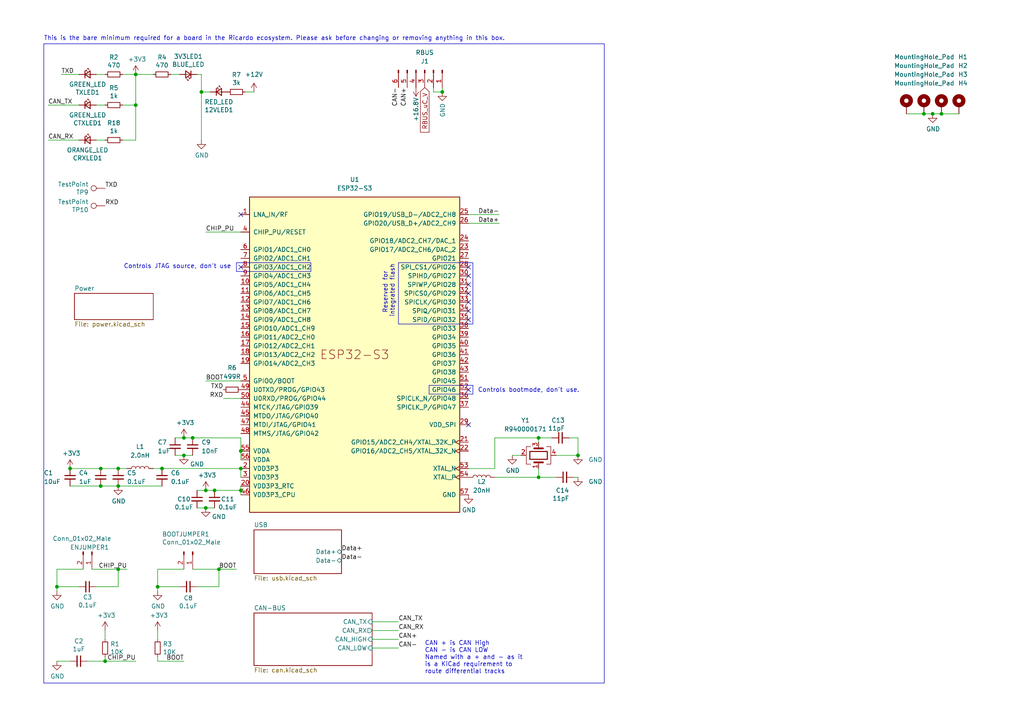
<source format=kicad_sch>
(kicad_sch (version 20231120) (generator "eeschema") (generator_version "8.0")
  (paper "A4")
  (lib_symbols
    (symbol "Connector:Conn_01x02_Male" (pin_names (offset 1.016) hide)
      (property "Reference" "J" (at 0 2.54 0))
      (property "Value" "Conn_01x02_Male" (at 0 -5.08 0))
      (symbol "Conn_01x02_Male_1_1"
        (polyline (pts (xy 1.27 -2.54) (xy 0.8636 -2.54)) (stroke (width 0.1524)))
        (polyline (pts (xy 1.27 0) (xy 0.8636 0)) (stroke (width 0.1524)))
        (rectangle (start 0.8636 -2.413) (end 0 -2.667) (stroke (width 0.1524)) (fill (type outline)))
        (rectangle (start 0.8636 0.127) (end 0 -0.127) (stroke (width 0.1524)) (fill (type outline)))
        (pin passive line (at 5.08 0 180) (length 3.81) (name "Pin_1") (number "1"))
        (pin passive line (at 5.08 -2.54 180) (length 3.81) (name "Pin_2") (number "2"))
      )
    )
    (symbol "Connector:Conn_01x06_Male" (pin_names (offset 1.016) hide)
      (property "Reference" "J" (at 0 7.62 0))
      (property "Value" "Conn_01x06_Male" (at 0 -10.16 0))
      (symbol "Conn_01x06_Male_1_1"
        (polyline (pts (xy 1.27 -7.62) (xy 0.8636 -7.62)) (stroke (width 0.1524)))
        (polyline (pts (xy 1.27 -5.08) (xy 0.8636 -5.08)) (stroke (width 0.1524)))
        (polyline (pts (xy 1.27 -2.54) (xy 0.8636 -2.54)) (stroke (width 0.1524)))
        (polyline (pts (xy 1.27 0) (xy 0.8636 0)) (stroke (width 0.1524)))
        (polyline (pts (xy 1.27 2.54) (xy 0.8636 2.54)) (stroke (width 0.1524)))
        (polyline (pts (xy 1.27 5.08) (xy 0.8636 5.08)) (stroke (width 0.1524)))
        (rectangle (start 0.8636 -7.493) (end 0 -7.747) (stroke (width 0.1524)) (fill (type outline)))
        (rectangle (start 0.8636 -4.953) (end 0 -5.207) (stroke (width 0.1524)) (fill (type outline)))
        (rectangle (start 0.8636 -2.413) (end 0 -2.667) (stroke (width 0.1524)) (fill (type outline)))
        (rectangle (start 0.8636 0.127) (end 0 -0.127) (stroke (width 0.1524)) (fill (type outline)))
        (rectangle (start 0.8636 2.667) (end 0 2.413) (stroke (width 0.1524)) (fill (type outline)))
        (rectangle (start 0.8636 5.207) (end 0 4.953) (stroke (width 0.1524)) (fill (type outline)))
        (pin passive line (at 5.08 5.08 180) (length 3.81) (name "Pin_1") (number "1"))
        (pin passive line (at 5.08 2.54 180) (length 3.81) (name "Pin_2") (number "2"))
        (pin passive line (at 5.08 0 180) (length 3.81) (name "Pin_3") (number "3"))
        (pin passive line (at 5.08 -2.54 180) (length 3.81) (name "Pin_4") (number "4"))
        (pin passive line (at 5.08 -5.08 180) (length 3.81) (name "Pin_5") (number "5"))
        (pin passive line (at 5.08 -7.62 180) (length 3.81) (name "Pin_6") (number "6"))
      )
    )
    (symbol "Connector:TestPoint" (pin_numbers hide) (pin_names (offset 0.762) hide)
      (property "Reference" "TP" (at 0 6.858 0))
      (property "Value" "TestPoint" (at 0 5.08 0))
      (symbol "TestPoint_0_1"
        (circle (center 0 3.302) (radius 0.762))
      )
      (symbol "TestPoint_1_1"
        (pin passive line (at 0 0 90) (length 2.54) (name "1") (number "1"))
      )
    )
    (symbol "Device:C_Small" (pin_numbers hide) (pin_names (offset 0.254) hide)
      (property "Reference" "C" (at 0.254 1.778 0))
      (property "Value" "C_Small" (at 0.254 -2.032 0))
      (symbol "C_Small_0_1"
        (polyline (pts (xy -1.524 -0.508) (xy 1.524 -0.508)) (stroke (width 0.3302)))
        (polyline (pts (xy -1.524 0.508) (xy 1.524 0.508)) (stroke (width 0.3048)))
      )
      (symbol "C_Small_1_1"
        (pin passive line (at 0 2.54 270) (length 2.032) (name "~") (number "1"))
        (pin passive line (at 0 -2.54 90) (length 2.032) (name "~") (number "2"))
      )
    )
    (symbol "Device:Crystal_GND24" (pin_names (offset 1.016) hide)
      (property "Reference" "Y" (at 3.175 5.08 0))
      (property "Value" "Crystal_GND24" (at 3.175 3.175 0))
      (symbol "Crystal_GND24_0_1"
        (rectangle (start -1.143 2.54) (end 1.143 -2.54) (stroke (width 0.3048)))
        (polyline (pts (xy -2.54 0) (xy -2.032 0)))
        (polyline (pts (xy -2.032 -1.27) (xy -2.032 1.27)) (stroke (width 0.508)))
        (polyline (pts (xy 0 -3.81) (xy 0 -3.556)))
        (polyline (pts (xy 0 3.556) (xy 0 3.81)))
        (polyline (pts (xy 2.032 -1.27) (xy 2.032 1.27)) (stroke (width 0.508)))
        (polyline (pts (xy 2.032 0) (xy 2.54 0)))
        (polyline (pts (xy -2.54 -2.286) (xy -2.54 -3.556) (xy 2.54 -3.556) (xy 2.54 -2.286)))
        (polyline (pts (xy -2.54 2.286) (xy -2.54 3.556) (xy 2.54 3.556) (xy 2.54 2.286)))
      )
      (symbol "Crystal_GND24_1_1"
        (pin passive line (at -3.81 0 0) (length 1.27) (name "1") (number "1"))
        (pin passive line (at 0 5.08 270) (length 1.27) (name "2") (number "2"))
        (pin passive line (at 3.81 0 180) (length 1.27) (name "3") (number "3"))
        (pin passive line (at 0 -5.08 90) (length 1.27) (name "4") (number "4"))
      )
    )
    (symbol "Device:L" (pin_numbers hide) (pin_names (offset 1.016) hide)
      (property "Reference" "L" (at -1.27 0 90))
      (property "Value" "L" (at 1.905 0 90))
      (symbol "L_0_1"
        (arc (start 0 -2.54) (mid 0.6323 -1.905) (end 0 -1.27))
        (arc (start 0 -1.27) (mid 0.6323 -0.635) (end 0 0))
        (arc (start 0 0) (mid 0.6323 0.635) (end 0 1.27))
        (arc (start 0 1.27) (mid 0.6323 1.905) (end 0 2.54))
      )
      (symbol "L_1_1"
        (pin passive line (at 0 3.81 270) (length 1.27) (name "1") (number "1"))
        (pin passive line (at 0 -3.81 90) (length 1.27) (name "2") (number "2"))
      )
    )
    (symbol "Device:LED_Small" (pin_numbers hide) (pin_names (offset 0.254) hide)
      (property "Reference" "D" (at -1.27 3.175 0))
      (property "Value" "LED_Small" (at -4.445 -2.54 0))
      (symbol "LED_Small_0_1"
        (polyline (pts (xy -0.762 -1.016) (xy -0.762 1.016)) (stroke (width 0.254)))
        (polyline (pts (xy 1.016 0) (xy -0.762 0)))
        (polyline (pts (xy 0.762 -1.016) (xy -0.762 0) (xy 0.762 1.016) (xy 0.762 -1.016)) (stroke (width 0.254)))
        (polyline (pts (xy 0 0.762) (xy -0.508 1.27) (xy -0.254 1.27) (xy -0.508 1.27) (xy -0.508 1.016)))
        (polyline (pts (xy 0.508 1.27) (xy 0 1.778) (xy 0.254 1.778) (xy 0 1.778) (xy 0 1.524)))
      )
      (symbol "LED_Small_1_1"
        (pin passive line (at -2.54 0 0) (length 1.778) (name "K") (number "1"))
        (pin passive line (at 2.54 0 180) (length 1.778) (name "A") (number "2"))
      )
    )
    (symbol "Device:R_Small" (pin_numbers hide) (pin_names (offset 0.254) hide)
      (property "Reference" "R" (at 0.762 0.508 0))
      (property "Value" "R_Small" (at 0.762 -1.016 0))
      (symbol "R_Small_0_1"
        (rectangle (start -0.762 1.778) (end 0.762 -1.778) (stroke (width 0.2032)))
      )
      (symbol "R_Small_1_1"
        (pin passive line (at 0 2.54 270) (length 0.762) (name "~") (number "1"))
        (pin passive line (at 0 -2.54 90) (length 0.762) (name "~") (number "2"))
      )
    )
    (symbol "Espressif:ESP32-S3" (pin_names (offset 1.016))
      (property "Reference" "U" (at 0 48.26 0))
      (property "Value" "ESP32-S3" (at 0 -48.26 0))
      (symbol "ESP32-S3_0_0"
        (text "ESP32-S3" (at 0 0 0) (effects (font (size 2.54 2.54))))
        (pin bidirectional line (at 33.02 -12.7 180) (length 2.54) (name "SPICLK_N/GPIO48") (number "36"))
        (pin bidirectional line (at 33.02 -15.24 180) (length 2.54) (name "SPICLK_P/GPIO47") (number "37"))
      )
      (symbol "ESP32-S3_0_1"
        (rectangle (start -30.48 45.72) (end 30.48 -45.72) (stroke (width 0.254)) (fill (type background)))
      )
      (symbol "ESP32-S3_1_1"
        (pin bidirectional line (at -33.02 40.64 0) (length 2.54) (name "LNA_IN/RF") (number "1"))
        (pin bidirectional line (at -33.02 20.32 0) (length 2.54) (name "GPIO5/ADC1_CH4") (number "10"))
        (pin bidirectional line (at -33.02 17.78 0) (length 2.54) (name "GPIO6/ADC1_CH5") (number "11"))
        (pin bidirectional line (at -33.02 15.24 0) (length 2.54) (name "GPIO7/ADC1_CH6") (number "12"))
        (pin bidirectional line (at -33.02 12.7 0) (length 2.54) (name "GPIO8/ADC1_CH7") (number "13"))
        (pin bidirectional line (at -33.02 10.16 0) (length 2.54) (name "GPIO9/ADC1_CH8") (number "14"))
        (pin bidirectional line (at -33.02 7.62 0) (length 2.54) (name "GPIO10/ADC1_CH9") (number "15"))
        (pin bidirectional line (at -33.02 5.08 0) (length 2.54) (name "GPIO11/ADC2_CH0") (number "16"))
        (pin bidirectional line (at -33.02 2.54 0) (length 2.54) (name "GPIO12/ADC2_CH1") (number "17"))
        (pin bidirectional line (at -33.02 0 0) (length 2.54) (name "GPIO13/ADC2_CH2") (number "18"))
        (pin bidirectional line (at -33.02 -2.54 0) (length 2.54) (name "GPIO14/ADC2_CH3") (number "19"))
        (pin power_in line (at -33.02 -33.02 0) (length 2.54) (name "VDD3P3") (number "2"))
        (pin power_in line (at -33.02 -38.1 0) (length 2.54) (name "VDD3P3_RTC") (number "20"))
        (pin input clock (at 33.02 -25.4 180) (length 2.54) (name "GPIO15/ADC2_CH4/XTAL_32K_P") (number "21"))
        (pin output clock (at 33.02 -27.94 180) (length 2.54) (name "GPIO16/ADC2_CH5/XTAL_32K_N") (number "22"))
        (pin bidirectional line (at 33.02 30.48 180) (length 2.54) (name "GPIO17/ADC2_CH6/DAC_2") (number "23"))
        (pin bidirectional line (at 33.02 33.02 180) (length 2.54) (name "GPIO18/ADC2_CH7/DAC_1") (number "24"))
        (pin bidirectional line (at 33.02 40.64 180) (length 2.54) (name "GPIO19/USB_D-/ADC2_CH8") (number "25"))
        (pin bidirectional line (at 33.02 38.1 180) (length 2.54) (name "GPIO20/USB_D+/ADC2_CH9") (number "26"))
        (pin bidirectional line (at 33.02 27.94 180) (length 2.54) (name "GPIO21") (number "27"))
        (pin bidirectional line (at 33.02 25.4 180) (length 2.54) (name "SPI_CS1/GPIO26") (number "28"))
        (pin power_out line (at 33.02 -20.32 180) (length 2.54) (name "VDD_SPI") (number "29"))
        (pin power_in line (at -33.02 -35.56 0) (length 2.54) (name "VDD3P3") (number "3"))
        (pin bidirectional line (at 33.02 22.86 180) (length 2.54) (name "SPIHD/GPIO27") (number "30"))
        (pin bidirectional line (at 33.02 20.32 180) (length 2.54) (name "SPIWP/GPIO28") (number "31"))
        (pin bidirectional line (at 33.02 17.78 180) (length 2.54) (name "SPICS0/GPIO29") (number "32"))
        (pin bidirectional line (at 33.02 15.24 180) (length 2.54) (name "SPICLK/GPIO30") (number "33"))
        (pin bidirectional line (at 33.02 12.7 180) (length 2.54) (name "SPIQ/GPIO31") (number "34"))
        (pin bidirectional line (at 33.02 10.16 180) (length 2.54) (name "SPID/GPIO32") (number "35"))
        (pin bidirectional line (at 33.02 7.62 180) (length 2.54) (name "GPIO33") (number "38"))
        (pin bidirectional line (at 33.02 5.08 180) (length 2.54) (name "GPIO34") (number "39"))
        (pin input line (at -33.02 35.56 0) (length 2.54) (name "CHIP_PU/RESET") (number "4"))
        (pin bidirectional line (at 33.02 2.54 180) (length 2.54) (name "GPIO35") (number "40"))
        (pin bidirectional line (at 33.02 0 180) (length 2.54) (name "GPIO36") (number "41"))
        (pin bidirectional line (at 33.02 -2.54 180) (length 2.54) (name "GPIO37") (number "42"))
        (pin bidirectional line (at 33.02 -5.08 180) (length 2.54) (name "GPIO38") (number "43"))
        (pin bidirectional line (at -33.02 -15.24 0) (length 2.54) (name "MTCK/JTAG/GPIO39") (number "44"))
        (pin bidirectional line (at -33.02 -17.78 0) (length 2.54) (name "MTDO/JTAG/GPIO40") (number "45"))
        (pin power_in line (at -33.02 -40.64 0) (length 2.54) (name "VDD3P3_CPU") (number "46"))
        (pin bidirectional line (at -33.02 -20.32 0) (length 2.54) (name "MTDI/JTAG/GPIO41") (number "47"))
        (pin bidirectional line (at -33.02 -22.86 0) (length 2.54) (name "MTMS/JTAG/GPIO42") (number "48"))
        (pin bidirectional line (at -33.02 -10.16 0) (length 2.54) (name "U0TXD/PROG/GPIO43") (number "49"))
        (pin bidirectional line (at -33.02 -7.62 0) (length 2.54) (name "GPIO0/BOOT") (number "5"))
        (pin bidirectional line (at -33.02 -12.7 0) (length 2.54) (name "U0RXD/PROG/GPIO44") (number "50"))
        (pin bidirectional line (at 33.02 -7.62 180) (length 2.54) (name "GPIO45") (number "51"))
        (pin bidirectional line (at 33.02 -10.16 180) (length 2.54) (name "GPIO46") (number "52"))
        (pin input clock (at 33.02 -33.02 180) (length 2.54) (name "XTAL_N") (number "53"))
        (pin output clock (at 33.02 -35.56 180) (length 2.54) (name "XTAL_P") (number "54"))
        (pin power_in line (at -33.02 -27.94 0) (length 2.54) (name "VDDA") (number "55"))
        (pin power_in line (at -33.02 -30.48 0) (length 2.54) (name "VDDA") (number "56"))
        (pin power_in line (at 33.02 -40.64 180) (length 2.54) (name "GND") (number "57"))
        (pin bidirectional line (at -33.02 30.48 0) (length 2.54) (name "GPIO1/ADC1_CH0") (number "6"))
        (pin bidirectional line (at -33.02 27.94 0) (length 2.54) (name "GPIO2/ADC1_CH1") (number "7"))
        (pin bidirectional line (at -33.02 25.4 0) (length 2.54) (name "GPIO3/ADC1_CH2") (number "8"))
        (pin bidirectional line (at -33.02 22.86 0) (length 2.54) (name "GPIO4/ADC1_CH3") (number "9"))
      )
    )
    (symbol "Mechanical:MountingHole_Pad" (pin_numbers hide) (pin_names (offset 1.016) hide)
      (property "Reference" "H" (at 0 6.35 0))
      (property "Value" "MountingHole_Pad" (at 0 4.445 0))
      (symbol "MountingHole_Pad_0_1"
        (circle (center 0 1.27) (radius 1.27) (stroke (width 1.27)))
      )
      (symbol "MountingHole_Pad_1_1"
        (pin input line (at 0 -2.54 90) (length 2.54) (name "1") (number "1"))
      )
    )
    (symbol "power:+12V" (power) (pin_names (offset 0))
      (property "Value" "+12V" (at 0 3.556 0))
      (symbol "+12V_0_1"
        (polyline (pts (xy -0.762 1.27) (xy 0 2.54)))
        (polyline (pts (xy 0 0) (xy 0 2.54)))
        (polyline (pts (xy 0 2.54) (xy 0.762 1.27)))
      )
      (symbol "+12V_1_1"
        (pin power_in line (at 0 0 90) (length 0) hide (name "+12V") (number "1"))
      )
    )
    (symbol "power:+3.3V" (power) (pin_names (offset 0))
      (property "Value" "+3.3V" (at 0 3.556 0))
      (symbol "+3.3V_0_1"
        (polyline (pts (xy -0.762 1.27) (xy 0 2.54)))
        (polyline (pts (xy 0 0) (xy 0 2.54)))
        (polyline (pts (xy 0 2.54) (xy 0.762 1.27)))
      )
      (symbol "+3.3V_1_1"
        (pin power_in line (at 0 0 90) (length 0) hide (name "+3V3") (number "1"))
      )
    )
    (symbol "power:GND" (power) (pin_names (offset 0))
      (property "Value" "GND" (at 0 -3.81 0))
      (symbol "GND_0_1"
        (polyline (pts (xy 0 0) (xy 0 -1.27) (xy 1.27 -1.27) (xy 0 -2.54) (xy -1.27 -1.27) (xy 0 -1.27)))
      )
      (symbol "GND_1_1"
        (pin power_in line (at 0 0 270) (length 0) hide (name "GND") (number "1"))
      )
    )
  )
  (junction (at 39.37 21.59))
  (junction (at 59.69 142.24))
  (junction (at 53.34 127))
  (junction (at 58.42 26.67))
  (junction (at 39.37 30.48))
  (junction (at 30.48 191.77))
  (junction (at 69.85 142.24))
  (junction (at 55.88 127))
  (junction (at 63.5 165.1))
  (junction (at 59.69 147.32))
  (junction (at 62.23 142.24))
  (junction (at 34.29 135.89))
  (junction (at 20.32 135.89))
  (junction (at 45.72 170.18))
  (junction (at 29.21 135.89))
  (junction (at 34.29 140.97))
  (junction (at 156.21 127))
  (junction (at 273.05 33.02))
  (junction (at 53.34 132.08))
  (junction (at 156.21 138.43))
  (junction (at 69.85 130.81))
  (junction (at 29.21 140.97))
  (junction (at 16.51 170.18))
  (junction (at 270.51 33.02))
  (junction (at 267.97 33.02))
  (junction (at 167.64 132.08))
  (junction (at 46.99 135.89))
  (junction (at 128.27 26.67))
  (junction (at 34.29 165.1))
  (junction (at 69.85 135.89))
  (no_connect (at 135.89 77.47))
  (no_connect (at 135.89 87.63))
  (no_connect (at 135.89 85.09))
  (no_connect (at 135.89 90.17))
  (no_connect (at 135.89 80.01))
  (no_connect (at 135.89 92.71))
  (no_connect (at 69.85 77.47))
  (no_connect (at 69.85 62.23))
  (no_connect (at 135.89 113.03))
  (no_connect (at 135.89 82.55))
  (no_connect (at 135.89 123.19))
  (wire (pts (xy 30.48 191.77) (xy 30.48 190.5)))
  (wire (pts (xy 135.89 62.23) (xy 144.78 62.23)))
  (wire (pts (xy 69.85 135.89) (xy 69.85 138.43)))
  (polyline (pts (xy 90.17 78.74) (xy 68.58 78.74)))
  (wire (pts (xy 63.5 170.18) (xy 63.5 165.1)))
  (polyline (pts (xy 68.58 76.2) (xy 68.58 78.74)))
  (wire (pts (xy 60.96 26.67) (xy 58.42 26.67)))
  (wire (pts (xy 16.51 191.77) (xy 20.32 191.77)))
  (wire (pts (xy 107.95 180.34) (xy 115.57 180.34)))
  (wire (pts (xy 128.27 25.4) (xy 128.27 26.67)))
  (wire (pts (xy 160.02 127) (xy 156.21 127)))
  (wire (pts (xy 35.56 30.48) (xy 39.37 30.48)))
  (wire (pts (xy 45.72 165.1) (xy 53.34 165.1)))
  (wire (pts (xy 125.73 26.67) (xy 128.27 26.67)))
  (wire (pts (xy 58.42 21.59) (xy 57.15 21.59)))
  (wire (pts (xy 29.21 135.89) (xy 34.29 135.89)))
  (wire (pts (xy 143.51 138.43) (xy 156.21 138.43)))
  (wire (pts (xy 59.69 110.49) (xy 69.85 110.49)))
  (polyline (pts (xy 12.7 12.7) (xy 12.7 198.12)))
  (wire (pts (xy 267.97 33.02) (xy 262.89 33.02)))
  (wire (pts (xy 16.51 170.18) (xy 16.51 171.45)))
  (wire (pts (xy 57.15 170.18) (xy 63.5 170.18)))
  (polyline (pts (xy 137.16 111.76) (xy 137.16 114.3)))
  (wire (pts (xy 68.58 165.1) (xy 63.5 165.1)))
  (wire (pts (xy 27.94 21.59) (xy 30.48 21.59)))
  (wire (pts (xy 16.51 165.1) (xy 16.51 170.18)))
  (wire (pts (xy 161.29 132.08) (xy 167.64 132.08)))
  (wire (pts (xy 30.48 182.88) (xy 30.48 185.42)))
  (wire (pts (xy 57.15 147.32) (xy 59.69 147.32)))
  (polyline (pts (xy 68.58 76.2) (xy 90.17 76.2)))
  (wire (pts (xy 34.29 135.89) (xy 36.83 135.89)))
  (wire (pts (xy 69.85 142.24) (xy 69.85 143.51)))
  (wire (pts (xy 62.23 142.24) (xy 69.85 142.24)))
  (wire (pts (xy 64.77 115.57) (xy 69.85 115.57)))
  (wire (pts (xy 53.34 132.08) (xy 55.88 132.08)))
  (wire (pts (xy 143.51 135.89) (xy 143.51 127)))
  (wire (pts (xy 156.21 127) (xy 156.21 128.27)))
  (wire (pts (xy 34.29 165.1) (xy 36.83 165.1)))
  (wire (pts (xy 50.8 132.08) (xy 53.34 132.08)))
  (polyline (pts (xy 124.46 111.76) (xy 124.46 114.3)))
  (wire (pts (xy 35.56 40.64) (xy 39.37 40.64)))
  (polyline (pts (xy 12.7 12.7) (xy 175.26 12.7)))
  (wire (pts (xy 39.37 30.48) (xy 39.37 40.64)))
  (wire (pts (xy 44.45 135.89) (xy 46.99 135.89)))
  (wire (pts (xy 69.85 130.81) (xy 69.85 133.35)))
  (wire (pts (xy 39.37 30.48) (xy 39.37 21.59)))
  (wire (pts (xy 22.86 170.18) (xy 16.51 170.18)))
  (wire (pts (xy 27.94 40.64) (xy 30.48 40.64)))
  (wire (pts (xy 50.8 127) (xy 53.34 127)))
  (wire (pts (xy 17.78 21.59) (xy 22.86 21.59)))
  (wire (pts (xy 13.97 30.48) (xy 22.86 30.48)))
  (wire (pts (xy 52.07 170.18) (xy 45.72 170.18)))
  (wire (pts (xy 278.13 33.02) (xy 273.05 33.02)))
  (wire (pts (xy 29.21 140.97) (xy 34.29 140.97)))
  (wire (pts (xy 35.56 21.59) (xy 39.37 21.59)))
  (wire (pts (xy 55.88 127) (xy 69.85 127)))
  (wire (pts (xy 107.95 187.96) (xy 115.57 187.96)))
  (wire (pts (xy 107.95 182.88) (xy 115.57 182.88)))
  (wire (pts (xy 69.85 127) (xy 69.85 130.81)))
  (polyline (pts (xy 137.16 114.3) (xy 124.46 114.3)))
  (wire (pts (xy 55.88 165.1) (xy 63.5 165.1)))
  (wire (pts (xy 125.73 25.4) (xy 125.73 26.67)))
  (wire (pts (xy 25.4 191.77) (xy 30.48 191.77)))
  (wire (pts (xy 273.05 33.02) (xy 270.51 33.02)))
  (wire (pts (xy 135.89 135.89) (xy 143.51 135.89)))
  (wire (pts (xy 45.72 170.18) (xy 45.72 171.45)))
  (wire (pts (xy 45.72 191.77) (xy 45.72 190.5)))
  (wire (pts (xy 49.53 21.59) (xy 52.07 21.59)))
  (wire (pts (xy 148.59 132.08) (xy 151.13 132.08)))
  (wire (pts (xy 58.42 21.59) (xy 58.42 26.67)))
  (wire (pts (xy 161.29 138.43) (xy 156.21 138.43)))
  (wire (pts (xy 59.69 67.31) (xy 69.85 67.31)))
  (wire (pts (xy 53.34 191.77) (xy 45.72 191.77)))
  (wire (pts (xy 58.42 26.67) (xy 58.42 40.64)))
  (wire (pts (xy 156.21 135.89) (xy 156.21 138.43)))
  (wire (pts (xy 34.29 170.18) (xy 34.29 165.1)))
  (polyline (pts (xy 90.17 76.2) (xy 90.17 78.74)))
  (wire (pts (xy 143.51 127) (xy 156.21 127)))
  (wire (pts (xy 167.64 138.43) (xy 166.37 138.43)))
  (wire (pts (xy 20.32 135.89) (xy 29.21 135.89)))
  (wire (pts (xy 167.64 127) (xy 167.64 132.08)))
  (wire (pts (xy 13.97 40.64) (xy 22.86 40.64)))
  (wire (pts (xy 39.37 21.59) (xy 44.45 21.59)))
  (polyline (pts (xy 124.46 111.76) (xy 137.16 111.76)))
  (wire (pts (xy 59.69 147.32) (xy 62.23 147.32)))
  (wire (pts (xy 30.48 191.77) (xy 39.37 191.77)))
  (wire (pts (xy 270.51 33.02) (xy 267.97 33.02)))
  (wire (pts (xy 107.95 185.42) (xy 115.57 185.42)))
  (wire (pts (xy 53.34 127) (xy 55.88 127)))
  (wire (pts (xy 73.66 26.67) (xy 71.12 26.67)))
  (wire (pts (xy 46.99 135.89) (xy 69.85 135.89)))
  (polyline (pts (xy 175.26 12.7) (xy 175.26 198.12)))
  (wire (pts (xy 27.94 30.48) (xy 30.48 30.48)))
  (wire (pts (xy 34.29 140.97) (xy 46.99 140.97)))
  (wire (pts (xy 135.89 64.77) (xy 144.78 64.77)))
  (wire (pts (xy 27.94 170.18) (xy 34.29 170.18)))
  (wire (pts (xy 45.72 165.1) (xy 45.72 170.18)))
  (wire (pts (xy 59.69 142.24) (xy 62.23 142.24)))
  (wire (pts (xy 57.15 142.24) (xy 59.69 142.24)))
  (wire (pts (xy 20.32 140.97) (xy 29.21 140.97)))
  (wire (pts (xy 69.85 142.24) (xy 69.85 140.97)))
  (wire (pts (xy 167.64 127) (xy 165.1 127)))
  (wire (pts (xy 26.67 165.1) (xy 34.29 165.1)))
  (wire (pts (xy 45.72 182.88) (xy 45.72 185.42)))
  (wire (pts (xy 16.51 165.1) (xy 24.13 165.1)))
  (polyline (pts (xy 175.26 198.12) (xy 12.7 198.12)))
  (rectangle (start 115.57 76.2) (end 137.16 93.98))
  (text "Controls bootmode, don't use.\n" (at 138.5894 113.9757 0) (effects (font (size 1.27 1.27)) (justify left bottom)))
  (text "This is the bare minimum required for a board in the Ricardo ecosystem. Please ask before changing or removing anything in this box.\n\n" (at 12.7 13.97 0) (effects (font (size 1.27 1.27)) (justify left bottom)))
  (text "CAN + is CAN High\nCAN - is CAN LOW\nNamed with a + and - as it\nis a KiCad requirement to\nroute differential tracks\n" (at 123.19 195.58 0) (effects (font (size 1.27 1.27)) (justify left bottom)))
  (text "Controls JTAG source, don't use\n" (at 67.0857 78.0878 0) (effects (font (size 1.27 1.27)) (justify right bottom)))
  (text "Reserved for \nintegrated flash" (at 112.776 84.328 90) (effects (font (size 1.27 1.27))))
  (label "CHIP_PU" (at 36.83 165.1 180))
  (label "CAN+" (at 115.57 185.42 0))
  (label "Data+" (at 99.06 160.02 0) (property "Netclass" "USB" (effects (hide yes))))
  (label "RXD" (at 30.48 59.69 0))
  (label "Data-" (at 99.06 162.56 0) (property "Netclass" "USB" (effects (hide yes))))
  (label "BOOT" (at 53.34 191.77 180))
  (label "TXD" (at 30.48 54.61 0))
  (label "CAN_RX" (at 13.97 40.64 0))
  (label "CAN-" (at 115.57 25.4 270))
  (label "CAN+" (at 118.11 25.4 270))
  (label "CAN_TX" (at 115.57 180.34 0))
  (label "BOOT" (at 68.58 165.1 180))
  (label "RXD" (at 64.77 115.57 180))
  (label "BOOT" (at 59.69 110.49 0))
  (label "TXD" (at 64.77 113.03 180))
  (label "CAN_TX" (at 13.97 30.48 0))
  (label "CHIP_PU" (at 59.69 67.31 0))
  (label "CAN_RX" (at 115.57 182.88 0))
  (label "Data+" (at 144.78 64.77 180))
  (label "Data-" (at 144.78 62.23 180))
  (label "CAN-" (at 115.57 187.96 0))
  (label "TXD" (at 17.78 21.59 0))
  (label "CHIP_PU" (at 39.37 191.77 180))
  (global_label "RBUS_uC_V" (shape input) (at 123.19 25.4 270) (property "Intersheetrefs" "${INTERSHEET_REFS}" (effects (hide yes))))
  (symbol (lib_id "power:+3.3V") (at 30.48 182.88 0) (unit 1)
    (property "Reference" "#PWR04" (effects (hide yes)))
    (property "Value" "+3V3" (at 30.861 178.4858 0))
  )
  (symbol (lib_id "Device:R_Small") (at 30.48 187.96 0) (unit 1)
    (property "Reference" "R1" (at 31.9786 186.7916 0) (effects (justify left)))
    (property "Value" "10K" (at 31.9786 189.103 0) (effects (justify left)))
    (property "Footprint" "Resistor_SMD:R_0402_1005Metric" (effects (hide yes)))
  )
  (symbol (lib_id "Device:C_Small") (at 22.86 191.77 270) (unit 1)
    (property "Reference" "C2" (at 22.86 185.9534 90))
    (property "Value" "1uF" (at 22.86 188.2648 90))
    (property "Footprint" "Capacitor_SMD:C_0402_1005Metric" (effects (hide yes)))
  )
  (symbol (lib_id "power:GND") (at 16.51 191.77 0) (unit 1)
    (property "Reference" "#PWR02" (effects (hide yes)))
    (property "Value" "GND" (at 16.637 196.1642 0))
  )
  (symbol (lib_id "power:+3.3V") (at 45.72 182.88 0) (unit 1)
    (property "Reference" "#PWR08" (effects (hide yes)))
    (property "Value" "+3V3" (at 46.101 178.4858 0))
  )
  (symbol (lib_id "Device:R_Small") (at 45.72 187.96 0) (unit 1)
    (property "Reference" "R3" (at 47.2186 186.7916 0) (effects (justify left)))
    (property "Value" "10K" (at 47.2186 189.103 0) (effects (justify left)))
    (property "Footprint" "Resistor_SMD:R_0402_1005Metric" (effects (hide yes)))
  )
  (symbol (lib_id "power:GND") (at 45.72 171.45 0) (unit 1)
    (property "Reference" "#PWR07" (effects (hide yes)))
    (property "Value" "GND" (at 45.847 175.8442 0))
  )
  (symbol (lib_id "Device:C_Small") (at 54.61 170.18 270) (unit 1)
    (property "Reference" "C8" (at 54.61 173.4566 90))
    (property "Value" "0.1uF" (at 54.61 175.768 90))
    (property "Footprint" "Capacitor_SMD:C_0402_1005Metric" (effects (hide yes)))
  )
  (symbol (lib_id "power:GND") (at 16.51 171.45 0) (unit 1)
    (property "Reference" "#PWR01" (effects (hide yes)))
    (property "Value" "GND" (at 16.637 175.8442 0))
  )
  (symbol (lib_id "Device:C_Small") (at 25.4 170.18 270) (unit 1)
    (property "Reference" "C3" (at 25.4 173.2026 90))
    (property "Value" "0.1uF" (at 25.4 175.514 90))
    (property "Footprint" "Capacitor_SMD:C_0402_1005Metric" (effects (hide yes)))
  )
  (symbol (lib_id "Device:LED_Small") (at 25.4 21.59 0) (unit 1)
    (property "Reference" "TXLED1" (at 25.4 26.797 0))
    (property "Value" "GREEN_LED" (at 25.4 24.4856 0))
    (property "Footprint" "Resistor_SMD:R_0402_1005Metric" (effects (hide yes)))
  )
  (symbol (lib_id "Device:R_Small") (at 33.02 21.59 270) (unit 1)
    (property "Reference" "R2" (at 33.02 16.6116 90))
    (property "Value" "470" (at 33.02 18.923 90))
    (property "Footprint" "Resistor_SMD:R_0402_1005Metric" (effects (hide yes)))
  )
  (symbol (lib_id "power:GND") (at 58.42 40.64 0) (unit 1)
    (property "Reference" "#PWR012" (effects (hide yes)))
    (property "Value" "GND" (at 58.547 45.0342 0))
  )
  (symbol (lib_id "power:+3.3V") (at 39.37 21.59 0) (unit 1)
    (property "Reference" "#PWR06" (effects (hide yes)))
    (property "Value" "+3V3" (at 39.751 17.1958 0))
  )
  (symbol (lib_id "Device:LED_Small") (at 54.61 21.59 180) (unit 1)
    (property "Reference" "3V3LED1" (at 54.61 16.383 0))
    (property "Value" "BLUE_LED" (at 54.61 18.6944 0))
    (property "Footprint" "Resistor_SMD:R_0402_1005Metric" (effects (hide yes)))
  )
  (symbol (lib_id "Device:R_Small") (at 46.99 21.59 270) (unit 1)
    (property "Reference" "R4" (at 46.99 16.6116 90))
    (property "Value" "470" (at 46.99 18.923 90))
    (property "Footprint" "Resistor_SMD:R_0402_1005Metric" (effects (hide yes)))
  )
  (symbol (lib_id "Connector:Conn_01x02_Male") (at 26.67 160.02 270) (unit 1)
    (property "Reference" "ENJUMPER1" (at 20.32 158.75 90) (effects (justify left)))
    (property "Value" "Conn_01x02_Male" (at 15.24 156.21 90) (effects (justify left)))
    (property "Footprint" "Connector_PinHeader_2.54mm:PinHeader_1x02_P2.54mm_Vertical" (effects (hide yes)))
  )
  (symbol (lib_id "Connector:Conn_01x02_Male") (at 55.88 160.02 270) (unit 1)
    (property "Reference" "BOOTJUMPER1" (at 46.99 154.94 90) (effects (justify left)))
    (property "Value" "Conn_01x02_Male" (at 46.99 157.2514 90) (effects (justify left)))
    (property "Footprint" "Connector_PinHeader_2.54mm:PinHeader_1x02_P2.54mm_Vertical" (effects (hide yes)))
  )
  (symbol (lib_id "power:GND") (at 128.27 26.67 0) (unit 1)
    (property "Reference" "#PWR018" (effects (hide yes)))
    (property "Value" "GND" (at 128.397 29.9212 90) (effects (justify right)))
  )
  (symbol (lib_id "Connector:Conn_01x06_Male") (at 123.19 20.32 270) (unit 1)
    (property "Reference" "J1" (at 123.19 17.78 90))
    (property "Value" "RBUS" (at 123.19 15.24 90))
    (property "Footprint" "Connector_Molex:Molex_Mini-Fit_Jr_5566-06A_2x03_P4.20mm_Vertical" (effects (hide yes)))
  )
  (symbol (lib_id "Device:LED_Small") (at 63.5 26.67 0) (unit 1)
    (property "Reference" "12VLED1" (at 63.5 31.877 0))
    (property "Value" "RED_LED" (at 63.5 29.5656 0))
    (property "Footprint" "Resistor_SMD:R_0402_1005Metric" (effects (hide yes)))
  )
  (symbol (lib_id "Device:R_Small") (at 68.58 26.67 270) (unit 1)
    (property "Reference" "R7" (at 68.58 21.6916 90))
    (property "Value" "3k" (at 68.58 24.003 90))
    (property "Footprint" "Resistor_SMD:R_0402_1005Metric" (effects (hide yes)))
  )
  (symbol (lib_id "Device:LED_Small") (at 25.4 30.48 0) (unit 1)
    (property "Reference" "CTXLED1" (at 25.4 35.687 0))
    (property "Value" "GREEN_LED" (at 25.4 33.3756 0))
    (property "Footprint" "Resistor_SMD:R_0402_1005Metric" (effects (hide yes)))
  )
  (symbol (lib_id "Connector:TestPoint") (at 30.48 54.61 90) (unit 1)
    (property "Reference" "TP9" (at 25.7048 55.7784 90) (effects (justify left)))
    (property "Value" "TestPoint" (at 25.7048 53.467 90) (effects (justify left)))
    (property "Footprint" "TestPoint:TestPoint_Pad_D1.0mm" (effects (hide yes)))
  )
  (symbol (lib_id "power:GND") (at 167.64 132.08 0) (unit 1)
    (property "Reference" "#PWR021" (effects (hide yes)))
    (property "Value" "GND" (at 172.72 133.35 0))
  )
  (symbol (lib_id "power:GND") (at 34.29 140.97 0) (unit 1)
    (property "Reference" "#PWR05" (effects (hide yes)))
    (property "Value" "GND" (at 34.417 145.3642 0))
  )
  (symbol (lib_id "Device:C_Small") (at 55.88 129.54 0) (unit 1)
    (property "Reference" "C9" (at 58.42 128.2762 0) (effects (justify left)))
    (property "Value" "10nF" (at 58.42 130.8162 0) (effects (justify left)))
    (property "Footprint" "Capacitor_SMD:C_0402_1005Metric" (effects (hide yes)))
  )
  (symbol (lib_id "power:+3.3V") (at 53.34 127 0) (unit 1)
    (property "Reference" "#PWR010" (effects (hide yes)))
    (property "Value" "+3V3" (at 53.721 122.6058 0))
  )
  (symbol (lib_id "Mechanical:MountingHole_Pad") (at 267.97 30.48 0) (unit 1)
    (property "Reference" "H2" (at 280.67 19.05 0) (effects (justify right)))
    (property "Value" "MountingHole_Pad" (at 276.86 21.59 0) (effects (justify right)))
    (property "Footprint" "MountingHole:MountingHole_3.2mm_M3_DIN965_Pad" (effects (hide yes)))
  )
  (symbol (lib_id "Device:C_Small") (at 50.8 129.54 0) (unit 1)
    (property "Reference" "C7" (at 45.72 128.27 0) (effects (justify left)))
    (property "Value" "1uF" (at 45.72 130.81 0) (effects (justify left)))
    (property "Footprint" "Capacitor_SMD:C_0402_1005Metric" (effects (hide yes)))
  )
  (symbol (lib_id "power:+12V") (at 73.66 26.67 0) (unit 1)
    (property "Reference" "#PWR015" (effects (hide yes)))
    (property "Value" "+12V" (at 73.66 21.59 0))
  )
  (symbol (lib_id "Mechanical:MountingHole_Pad") (at 278.13 30.48 0) (unit 1)
    (property "Reference" "H4" (at 280.67 24.13 0) (effects (justify right)))
    (property "Value" "MountingHole_Pad" (at 276.86 16.51 0) (effects (justify right)))
    (property "Footprint" "MountingHole:MountingHole_3.2mm_M3_DIN965_Pad" (effects (hide yes)))
  )
  (symbol (lib_id "power:GND") (at 59.69 147.32 0) (unit 1)
    (property "Reference" "#PWR014" (effects (hide yes)))
    (property "Value" "GND" (at 63.5 149.86 0))
  )
  (symbol (lib_id "power:+12V") (at 120.65 25.4 180) (unit 1)
    (property "Reference" "#PWR017" (effects (hide yes)))
    (property "Value" "+16.8V" (at 120.65 31.75 90))
  )
  (symbol (lib_id "Device:R_Small") (at 33.02 40.64 270) (unit 1)
    (property "Reference" "R18" (at 33.02 35.6616 90))
    (property "Value" "1k" (at 33.02 37.973 90))
    (property "Footprint" "Resistor_SMD:R_0402_1005Metric" (effects (hide yes)))
  )
  (symbol (lib_id "Device:LED_Small") (at 25.4 40.64 0) (unit 1)
    (property "Reference" "CRXLED1" (at 25.4 45.847 0))
    (property "Value" "ORANGE_LED" (at 25.4 43.5356 0))
    (property "Footprint" "Resistor_SMD:R_0402_1005Metric" (effects (hide yes)))
  )
  (symbol (lib_id "Device:C_Small") (at 20.32 138.43 0) (unit 1)
    (property "Reference" "C1" (at 12.7 137.16 0) (effects (justify left)))
    (property "Value" "10uF" (at 12.7 139.7 0) (effects (justify left)))
    (property "Footprint" "Capacitor_SMD:C_0402_1005Metric" (effects (hide yes)))
  )
  (symbol (lib_id "Device:C_Small") (at 57.15 144.78 0) (unit 1)
    (property "Reference" "C10" (at 53.34 144.78 0))
    (property "Value" "0.1uF" (at 53.34 147.0914 0))
    (property "Footprint" "Capacitor_SMD:C_0402_1005Metric" (effects (hide yes)))
  )
  (symbol (lib_id "Device:C_Small") (at 163.83 138.43 90) (unit 1)
    (property "Reference" "C14" (at 165.1 142.24 90) (effects (justify left)))
    (property "Value" "11pF" (at 165.1 144.5514 90) (effects (justify left)))
    (property "Footprint" "Capacitor_SMD:C_0402_1005Metric" (effects (hide yes)))
  )
  (symbol (lib_id "power:GND") (at 167.64 138.43 0) (unit 1)
    (property "Reference" "#PWR022" (effects (hide yes)))
    (property "Value" "GND" (at 172.72 139.7 0))
  )
  (symbol (lib_id "Device:C_Small") (at 34.29 138.43 0) (unit 1)
    (property "Reference" "C5" (at 36.83 137.1662 0) (effects (justify left)))
    (property "Value" "0.1uF" (at 36.83 139.7062 0) (effects (justify left)))
    (property "Footprint" "Capacitor_SMD:C_0402_1005Metric" (effects (hide yes)))
  )
  (symbol (lib_id "power:GND") (at 53.34 132.08 0) (unit 1)
    (property "Reference" "#PWR011" (effects (hide yes)))
    (property "Value" "GND" (at 57.15 134.62 0))
  )
  (symbol (lib_id "Mechanical:MountingHole_Pad") (at 262.89 30.48 0) (unit 1)
    (property "Reference" "H1" (at 280.67 16.51 0) (effects (justify right)))
    (property "Value" "MountingHole_Pad" (at 276.86 24.13 0) (effects (justify right)))
    (property "Footprint" "MountingHole:MountingHole_3.2mm_M3_DIN965_Pad" (effects (hide yes)))
  )
  (symbol (lib_id "Device:R_Small") (at 33.02 30.48 270) (unit 1)
    (property "Reference" "R5" (at 33.02 25.5016 90))
    (property "Value" "1k" (at 33.02 27.813 90))
    (property "Footprint" "Resistor_SMD:R_0402_1005Metric" (effects (hide yes)))
  )
  (symbol (lib_id "Device:C_Small") (at 62.23 144.78 0) (unit 1)
    (property "Reference" "C11" (at 66.04 144.78 0))
    (property "Value" "0.1uF" (at 66.04 147.0914 0))
    (property "Footprint" "Capacitor_SMD:C_0402_1005Metric" (effects (hide yes)))
  )
  (symbol (lib_id "Device:C_Small") (at 162.56 127 90) (unit 1)
    (property "Reference" "C13" (at 163.83 121.92 90) (effects (justify left)))
    (property "Value" "11pF" (at 163.83 124.2314 90) (effects (justify left)))
    (property "Footprint" "Capacitor_SMD:C_0402_1005Metric" (effects (hide yes)))
  )
  (symbol (lib_id "power:GND") (at 148.59 132.08 0) (unit 1)
    (property "Reference" "#PWR020" (effects (hide yes)))
    (property "Value" "GND" (at 148.717 136.4742 0))
  )
  (symbol (lib_id "Device:L") (at 139.7 138.43 90) (unit 1)
    (property "Reference" "L2" (at 139.7 139.7 90))
    (property "Value" "20nH" (at 139.7 142.24 90))
    (property "Footprint" "Inductor_SMD:L_0402_1005Metric" (effects (hide yes)))
  )
  (symbol (lib_id "power:+3.3V") (at 59.69 142.24 0) (unit 1)
    (property "Reference" "#PWR013" (effects (hide yes)))
    (property "Value" "+3V3" (at 60.071 137.8458 0))
  )
  (symbol (lib_id "Connector:TestPoint") (at 30.48 59.69 90) (unit 1)
    (property "Reference" "TP10" (at 25.7048 60.8584 90) (effects (justify left)))
    (property "Value" "TestPoint" (at 25.7048 58.547 90) (effects (justify left)))
    (property "Footprint" "TestPoint:TestPoint_Pad_D1.0mm" (effects (hide yes)))
  )
  (symbol (lib_id "Device:L") (at 40.64 135.89 90) (unit 1)
    (property "Reference" "L1" (at 40.64 129.54 90))
    (property "Value" "2.0nH" (at 40.64 132.08 90))
    (property "Footprint" "Inductor_SMD:L_0402_1005Metric" (effects (hide yes)))
  )
  (symbol (lib_id "power:+3.3V") (at 20.32 135.89 0) (unit 1)
    (property "Reference" "#PWR03" (effects (hide yes)))
    (property "Value" "+3V3" (at 20.701 131.4958 0))
  )
  (symbol (lib_id "Espressif:ESP32-S3") (at 102.87 102.87 0) (unit 1)
    (property "Reference" "U1" (at 102.87 52.07 0))
    (property "Value" "ESP32-S3" (at 102.87 54.61 0))
    (property "Footprint" "iclr:QFN40P700X700X90-57N" (effects (hide yes)))
    (property "Datasheet" "https://www.espressif.com/sites/default/files/documentation/esp32-s3_datasheet_en.pdf" (effects (hide yes)))
  )
  (symbol (lib_id "Mechanical:MountingHole_Pad") (at 273.05 30.48 0) (unit 1)
    (property "Reference" "H3" (at 280.67 21.59 0) (effects (justify right)))
    (property "Value" "MountingHole_Pad" (at 276.86 19.05 0) (effects (justify right)))
    (property "Footprint" "MountingHole:MountingHole_3.2mm_M3_DIN965_Pad" (effects (hide yes)))
  )
  (symbol (lib_id "power:GND") (at 270.51 33.02 0) (unit 1)
    (property "Reference" "#PWR023" (effects (hide yes)))
    (property "Value" "GND" (at 270.637 37.4142 0))
  )
  (symbol (lib_id "Device:Crystal_GND24") (at 156.21 132.08 90) (unit 1)
    (property "Reference" "Y1" (at 152.4 121.92 90))
    (property "Value" "R940000171" (at 152.4 124.46 90))
    (property "Footprint" "Crystal:Crystal_SMD_2016-4Pin_2.0x1.6mm" (effects (hide yes)))
  )
  (symbol (lib_id "Device:C_Small") (at 29.21 138.43 0) (unit 1)
    (property "Reference" "C4" (at 22.86 137.16 0) (effects (justify left)))
    (property "Value" "1uF" (at 22.86 139.7 0) (effects (justify left)))
    (property "Footprint" "Capacitor_SMD:C_0402_1005Metric" (effects (hide yes)))
  )
  (symbol (lib_id "power:GND") (at 135.89 143.51 0) (unit 1)
    (property "Reference" "#PWR019" (effects (hide yes)))
    (property "Value" "GND" (at 136.017 147.9042 0))
  )
  (symbol (lib_id "Device:R_Small") (at 67.31 113.03 90) (unit 1)
    (property "Reference" "R6" (at 67.31 106.68 90))
    (property "Value" "499R" (at 67.31 109.22 90))
    (property "Footprint" "Resistor_SMD:R_0402_1005Metric" (effects (hide yes)))
  )
  (symbol (lib_id "Device:C_Small") (at 46.99 138.43 0) (unit 1)
    (property "Reference" "C6" (at 49.53 137.1662 0) (effects (justify left)))
    (property "Value" "0.1uF" (at 49.53 139.7062 0) (effects (justify left)))
    (property "Footprint" "Capacitor_SMD:C_0402_1005Metric" (effects (hide yes)))
  )
  (sheet (at 73.66 153.67) (size 25.4 12.7)
    (property "Sheetname" "USB" (at 73.66 152.9584 0) (effects (justify left bottom)))
    (property "Sheetfile" "usb.kicad_sch" (at 73.66 166.9546 0) (effects (justify left top)))
    (pin "Data+" bidirectional (at 99.06 160.02 0))
    (pin "Data-" bidirectional (at 99.06 162.56 0))
  )
  (sheet (at 73.66 177.8) (size 34.29 15.24)
    (property "Sheetname" "CAN-BUS" (at 73.66 177.0884 0) (effects (justify left bottom)))
    (property "Sheetfile" "can.kicad_sch" (at 73.66 193.6246 0) (effects (justify left top)))
    (pin "CAN_TX" input (at 107.95 180.34 0))
    (pin "CAN_RX" output (at 107.95 182.88 0))
    (pin "CAN_HIGH" input (at 107.95 185.42 0))
    (pin "CAN_LOW" input (at 107.95 187.96 0))
  )
  (sheet (at 21.59 85.09) (size 22.86 7.62) (stroke (width 0.1524))
    (property "Sheetname" "Power" (at 21.59 84.3784 0) (effects (justify left bottom)))
    (property "Sheetfile" "power.kicad_sch" (at 21.59 93.2946 0) (effects (justify left top)))
  )
)
</source>
